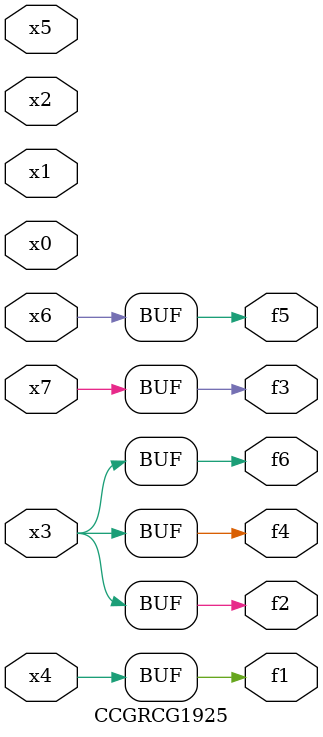
<source format=v>
module CCGRCG1925(
	input x0, x1, x2, x3, x4, x5, x6, x7,
	output f1, f2, f3, f4, f5, f6
);
	assign f1 = x4;
	assign f2 = x3;
	assign f3 = x7;
	assign f4 = x3;
	assign f5 = x6;
	assign f6 = x3;
endmodule

</source>
